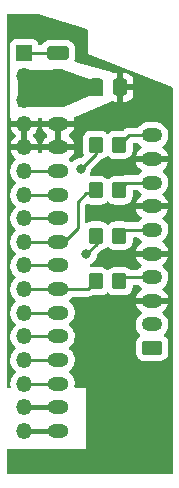
<source format=gtl>
G04 #@! TF.GenerationSoftware,KiCad,Pcbnew,(6.0.1)*
G04 #@! TF.CreationDate,2022-07-05T00:40:55-07:00*
G04 #@! TF.ProjectId,mu100-dit-connector-board,6d753130-302d-4646-9974-2d636f6e6e65,rev?*
G04 #@! TF.SameCoordinates,PX4a615b8PY2b4db18*
G04 #@! TF.FileFunction,Copper,L1,Top*
G04 #@! TF.FilePolarity,Positive*
%FSLAX46Y46*%
G04 Gerber Fmt 4.6, Leading zero omitted, Abs format (unit mm)*
G04 Created by KiCad (PCBNEW (6.0.1)) date 2022-07-05 00:40:55*
%MOMM*%
%LPD*%
G01*
G04 APERTURE LIST*
G04 Aperture macros list*
%AMRoundRect*
4,1,4,2,3,4,5,6,7,8,9,2,3,0*
1,1,$1,$2,$3*
1,1,$1,$2,$3*
1,1,$1,$2,$3*
1,1,$1,$2,$3*
20,1,$1,$2,$3,$4,$5,0*
20,1,$1,$2,$3,$4,$5,0*
20,1,$1,$2,$3,$4,$5,0*
20,1,$1,$2,$3,$4,$5,0*%
G04 Aperture macros list end*
G04 #@! TA.AperFunction,ComponentPad*
%AMCOMP151*
4,1,3,
-0.65,0.35,
-0.65,-0.35,
0.65,-0.35,
0.65,0.35,
0*
4,1,19,
-0.65,0.6,
-0.57274575140626316,0.58776412907378839,
-0.50305368692688179,0.55225424859373684,
-0.44774575140626316,0.49694631307311826,
-0.41223587092621161,0.42725424859373684,
-0.4,0.35,
-0.41223587092621161,0.27274575140626311,
-0.44774575140626316,0.20305368692688172,
-0.50305368692688168,0.14774575140626314,
-0.57274575140626316,0.1122358709262116,
-0.65,0.099999999999999978,
-0.727254248593737,0.1122358709262116,
-0.79694631307311825,0.14774575140626309,
-0.85225424859373689,0.20305368692688167,
-0.88776412907378843,0.27274575140626311,
-0.9,0.34999999999999992,
-0.88776412907378843,0.42725424859373679,
-0.85225424859373689,0.49694631307311821,
-0.79694631307311836,0.55225424859373684,
-0.72725424859373689,0.58776412907378839,
0*
4,1,19,
-0.65,-0.099999999999999978,
-0.57274575140626316,-0.1122358709262116,
-0.50305368692688179,-0.14774575140626311,
-0.44774575140626316,-0.20305368692688169,
-0.41223587092621161,-0.27274575140626311,
-0.4,-0.35,
-0.41223587092621161,-0.42725424859373684,
-0.44774575140626316,-0.49694631307311821,
-0.50305368692688168,-0.55225424859373684,
-0.57274575140626316,-0.58776412907378839,
-0.65,-0.6,
-0.727254248593737,-0.58776412907378839,
-0.79694631307311825,-0.55225424859373684,
-0.85225424859373689,-0.49694631307311832,
-0.88776412907378843,-0.42725424859373684,
-0.9,-0.35000000000000003,
-0.88776412907378843,-0.27274575140626317,
-0.85225424859373689,-0.20305368692688175,
-0.79694631307311836,-0.14774575140626314,
-0.72725424859373689,-0.1122358709262116,
0*
4,1,19,
0.65,-0.099999999999999978,
0.72725424859373689,-0.1122358709262116,
0.79694631307311825,-0.14774575140626311,
0.85225424859373689,-0.20305368692688169,
0.88776412907378843,-0.27274575140626311,
0.9,-0.35,
0.88776412907378843,-0.42725424859373684,
0.85225424859373689,-0.49694631307311821,
0.79694631307311836,-0.55225424859373684,
0.72725424859373689,-0.58776412907378839,
0.65,-0.6,
0.572745751406263,-0.58776412907378839,
0.50305368692688179,-0.55225424859373684,
0.44774575140626316,-0.49694631307311832,
0.41223587092621161,-0.42725424859373684,
0.4,-0.35000000000000003,
0.41223587092621161,-0.27274575140626317,
0.44774575140626316,-0.20305368692688175,
0.50305368692688168,-0.14774575140626314,
0.57274575140626316,-0.1122358709262116,
0*
4,1,19,
0.65,0.6,
0.72725424859373689,0.58776412907378839,
0.79694631307311825,0.55225424859373684,
0.85225424859373689,0.49694631307311826,
0.88776412907378843,0.42725424859373684,
0.9,0.35,
0.88776412907378843,0.27274575140626311,
0.85225424859373689,0.20305368692688172,
0.79694631307311836,0.14774575140626314,
0.72725424859373689,0.1122358709262116,
0.65,0.099999999999999978,
0.572745751406263,0.1122358709262116,
0.50305368692688179,0.14774575140626309,
0.44774575140626316,0.20305368692688167,
0.41223587092621161,0.27274575140626311,
0.4,0.34999999999999992,
0.41223587092621161,0.42725424859373679,
0.44774575140626316,0.49694631307311821,
0.50305368692688168,0.55225424859373684,
0.57274575140626316,0.58776412907378839,
0*
4,1,3,
-0.9,0.35,
-0.4,0.35,
-0.4,-0.35,
-0.9,-0.35,
0*
4,1,3,
-0.65,-0.6,
-0.65,-0.099999999999999978,
0.65,-0.099999999999999978,
0.65,-0.6,
0*
4,1,3,
0.9,-0.35,
0.4,-0.35,
0.4,0.35,
0.9,0.35,
0*
4,1,3,
0.65,0.6,
0.65,0.099999999999999978,
-0.65,0.099999999999999978,
-0.65,0.6,
0*%
%ADD10COMP151,0.25X-0.65X0.35X-0.65X-0.35X0.65X-0.35X0.65X0.35X0*%
G04 #@! TD*
G04 #@! TA.AperFunction,ComponentPad*
%ADD11O,1.8X1.2*%
G04 #@! TD*
G04 #@! TA.AperFunction,ComponentPad*
%AMCOMP152*
4,1,3,
0.625,-0.35,
0.625,0.35,
-0.625,0.35,
-0.625,-0.35,
0*
4,1,19,
0.625,-0.099999999999999978,
0.70225424859373686,-0.1122358709262116,
0.77194631307311834,-0.14774575140626311,
0.82725424859373686,-0.20305368692688169,
0.86276412907378841,-0.27274575140626311,
0.875,-0.35,
0.86276412907378841,-0.42725424859373684,
0.82725424859373686,-0.49694631307311821,
0.77194631307311834,-0.55225424859373684,
0.70225424859373686,-0.58776412907378839,
0.625,-0.6,
0.547745751406263,-0.58776412907378839,
0.47805368692688177,-0.55225424859373684,
0.42274575140626314,-0.49694631307311832,
0.38723587092621159,-0.42725424859373684,
0.375,-0.35000000000000003,
0.38723587092621159,-0.27274575140626317,
0.42274575140626314,-0.20305368692688175,
0.47805368692688166,-0.14774575140626314,
0.54774575140626314,-0.1122358709262116,
0*
4,1,19,
0.625,0.6,
0.70225424859373686,0.58776412907378839,
0.77194631307311834,0.55225424859373684,
0.82725424859373686,0.49694631307311826,
0.86276412907378841,0.42725424859373684,
0.875,0.35,
0.86276412907378841,0.27274575140626311,
0.82725424859373686,0.20305368692688172,
0.77194631307311834,0.14774575140626314,
0.70225424859373686,0.1122358709262116,
0.625,0.099999999999999978,
0.547745751406263,0.1122358709262116,
0.47805368692688177,0.14774575140626309,
0.42274575140626314,0.20305368692688167,
0.38723587092621159,0.27274575140626311,
0.375,0.34999999999999992,
0.38723587092621159,0.42725424859373679,
0.42274575140626314,0.49694631307311821,
0.47805368692688166,0.55225424859373684,
0.54774575140626314,0.58776412907378839,
0*
4,1,19,
-0.625,0.6,
-0.54774575140626314,0.58776412907378839,
-0.47805368692688172,0.55225424859373684,
-0.42274575140626314,0.49694631307311826,
-0.38723587092621159,0.42725424859373684,
-0.375,0.35,
-0.38723587092621159,0.27274575140626311,
-0.42274575140626314,0.20305368692688172,
-0.47805368692688166,0.14774575140626314,
-0.54774575140626314,0.1122358709262116,
-0.625,0.099999999999999978,
-0.702254248593737,0.1122358709262116,
-0.77194631307311823,0.14774575140626309,
-0.82725424859373686,0.20305368692688167,
-0.86276412907378841,0.27274575140626311,
-0.875,0.34999999999999992,
-0.86276412907378841,0.42725424859373679,
-0.82725424859373686,0.49694631307311821,
-0.77194631307311834,0.55225424859373684,
-0.70225424859373686,0.58776412907378839,
0*
4,1,19,
-0.625,-0.099999999999999978,
-0.54774575140626314,-0.1122358709262116,
-0.47805368692688172,-0.14774575140626311,
-0.42274575140626314,-0.20305368692688169,
-0.38723587092621159,-0.27274575140626311,
-0.375,-0.35,
-0.38723587092621159,-0.42725424859373684,
-0.42274575140626314,-0.49694631307311821,
-0.47805368692688166,-0.55225424859373684,
-0.54774575140626314,-0.58776412907378839,
-0.625,-0.6,
-0.702254248593737,-0.58776412907378839,
-0.77194631307311823,-0.55225424859373684,
-0.82725424859373686,-0.49694631307311832,
-0.86276412907378841,-0.42725424859373684,
-0.875,-0.35000000000000003,
-0.86276412907378841,-0.27274575140626317,
-0.82725424859373686,-0.20305368692688175,
-0.77194631307311834,-0.14774575140626314,
-0.70225424859373686,-0.1122358709262116,
0*
4,1,3,
0.875,-0.35,
0.375,-0.35,
0.375,0.35,
0.875,0.35,
0*
4,1,3,
0.625,0.6,
0.625,0.099999999999999978,
-0.625,0.099999999999999978,
-0.625,0.6,
0*
4,1,3,
-0.875,0.35,
-0.375,0.35,
-0.375,-0.35,
-0.875,-0.35,
0*
4,1,3,
-0.625,-0.6,
-0.625,-0.099999999999999978,
0.625,-0.099999999999999978,
0.625,-0.6,
0*%
%ADD12COMP152,0.25X0.625X-0.35X0.625X0.35X-0.625X0.35X-0.625X-0.35X0*%
G04 #@! TD*
G04 #@! TA.AperFunction,ComponentPad*
%ADD13O,1.75X1.2*%
G04 #@! TD*
G04 #@! TA.AperFunction,SMDPad,CuDef*
%AMCOMP153*
4,1,3,
-0.35,-0.45,
0.35,-0.45,
0.35,0.45,
-0.35,0.45,
0*
4,1,19,
-0.35,-0.2,
-0.27274575140626311,-0.21223587092621163,
-0.20305368692688169,-0.24774575140626315,
-0.14774575140626311,-0.30305368692688173,
-0.1122358709262116,-0.37274575140626315,
-0.099999999999999978,-0.45,
-0.11223587092621157,-0.52725424859373682,
-0.14774575140626311,-0.5969463130731183,
-0.20305368692688167,-0.65225424859373682,
-0.27274575140626311,-0.68776412907378837,
-0.34999999999999992,-0.7,
-0.4272542485937369,-0.68776412907378837,
-0.49694631307311821,-0.65225424859373693,
-0.55225424859373684,-0.5969463130731183,
-0.58776412907378839,-0.52725424859373693,
-0.6,-0.45000000000000007,
-0.58776412907378839,-0.3727457514062632,
-0.55225424859373684,-0.30305368692688178,
-0.49694631307311832,-0.24774575140626318,
-0.4272542485937369,-0.21223587092621163,
0*
4,1,19,
0.35,-0.2,
0.42725424859373684,-0.21223587092621163,
0.49694631307311826,-0.24774575140626315,
0.55225424859373684,-0.30305368692688173,
0.58776412907378839,-0.37274575140626315,
0.6,-0.45,
0.58776412907378839,-0.52725424859373682,
0.55225424859373684,-0.5969463130731183,
0.49694631307311832,-0.65225424859373682,
0.42725424859373684,-0.68776412907378837,
0.35000000000000003,-0.7,
0.27274575140626306,-0.68776412907378837,
0.20305368692688172,-0.65225424859373693,
0.14774575140626314,-0.5969463130731183,
0.1122358709262116,-0.52725424859373693,
0.099999999999999978,-0.45000000000000007,
0.11223587092621157,-0.3727457514062632,
0.14774575140626309,-0.30305368692688178,
0.20305368692688164,-0.24774575140626318,
0.27274575140626306,-0.21223587092621163,
0*
4,1,19,
0.35,0.7,
0.42725424859373684,0.68776412907378837,
0.49694631307311826,0.65225424859373682,
0.55225424859373684,0.5969463130731183,
0.58776412907378839,0.52725424859373682,
0.6,0.45,
0.58776412907378839,0.3727457514062632,
0.55225424859373684,0.30305368692688173,
0.49694631307311832,0.24774575140626318,
0.42725424859373684,0.21223587092621163,
0.35000000000000003,0.2,
0.27274575140626306,0.21223587092621163,
0.20305368692688172,0.24774575140626312,
0.14774575140626314,0.30305368692688173,
0.1122358709262116,0.37274575140626309,
0.099999999999999978,0.44999999999999996,
0.11223587092621157,0.52725424859373682,
0.14774575140626309,0.5969463130731183,
0.20305368692688164,0.65225424859373682,
0.27274575140626306,0.68776412907378837,
0*
4,1,19,
-0.35,0.7,
-0.27274575140626311,0.68776412907378837,
-0.20305368692688169,0.65225424859373682,
-0.14774575140626311,0.5969463130731183,
-0.1122358709262116,0.52725424859373682,
-0.099999999999999978,0.45,
-0.11223587092621157,0.3727457514062632,
-0.14774575140626311,0.30305368692688173,
-0.20305368692688167,0.24774575140626318,
-0.27274575140626311,0.21223587092621163,
-0.34999999999999992,0.2,
-0.4272542485937369,0.21223587092621163,
-0.49694631307311821,0.24774575140626312,
-0.55225424859373684,0.30305368692688173,
-0.58776412907378839,0.37274575140626309,
-0.6,0.44999999999999996,
-0.58776412907378839,0.52725424859373682,
-0.55225424859373684,0.5969463130731183,
-0.49694631307311832,0.65225424859373682,
-0.4272542485937369,0.68776412907378837,
0*
4,1,3,
-0.35,-0.7,
-0.35,-0.2,
0.35,-0.2,
0.35,-0.7,
0*
4,1,3,
0.6,-0.45,
0.099999999999999978,-0.45,
0.099999999999999978,0.45,
0.6,0.45,
0*
4,1,3,
0.35,0.7,
0.35,0.2,
-0.35,0.2,
-0.35,0.7,
0*
4,1,3,
-0.6,0.45,
-0.099999999999999978,0.45,
-0.099999999999999978,-0.45,
-0.6,-0.45,
0*%
%ADD14COMP153,0.25X-0.35X-0.45X0.35X-0.45X0.35X0.45X-0.35X0.45X0*%
G04 #@! TD*
G04 #@! TA.AperFunction,ComponentPad*
%ADD15R,1.35X1.35*%
G04 #@! TD*
G04 #@! TA.AperFunction,ComponentPad*
%ADD16O,1.35X1.35*%
G04 #@! TD*
G04 #@! TA.AperFunction,SMDPad,CuDef*
%AMCOMP154*
4,1,3,
-0.3375,-0.475,
0.3375,-0.475,
0.3375,0.475,
-0.3375,0.475,
0*
4,1,19,
-0.3375,-0.22499999999999998,
-0.26024575140626316,-0.2372358709262116,
-0.19055368692688174,-0.27274575140626311,
-0.13524575140626316,-0.32805368692688169,
-0.099735870926211639,-0.39774575140626311,
-0.087500000000000022,-0.475,
-0.099735870926211612,-0.55225424859373684,
-0.13524575140626316,-0.62194631307311821,
-0.19055368692688171,-0.67725424859373684,
-0.26024575140626316,-0.71276412907378839,
-0.33749999999999997,-0.725,
-0.41475424859373694,-0.71276412907378839,
-0.48444631307311825,-0.67725424859373684,
-0.53975424859373689,-0.62194631307311832,
-0.57526412907378843,-0.55225424859373684,
-0.5875,-0.47500000000000003,
-0.57526412907378843,-0.39774575140626317,
-0.53975424859373689,-0.32805368692688175,
-0.48444631307311836,-0.27274575140626311,
-0.41475424859373694,-0.2372358709262116,
0*
4,1,19,
0.3375,-0.22499999999999998,
0.41475424859373689,-0.2372358709262116,
0.48444631307311831,-0.27274575140626311,
0.53975424859373689,-0.32805368692688169,
0.57526412907378843,-0.39774575140626311,
0.5875,-0.475,
0.57526412907378843,-0.55225424859373684,
0.53975424859373689,-0.62194631307311821,
0.48444631307311836,-0.67725424859373684,
0.41475424859373689,-0.71276412907378839,
0.33750000000000008,-0.725,
0.2602457514062631,-0.71276412907378839,
0.19055368692688177,-0.67725424859373684,
0.13524575140626319,-0.62194631307311832,
0.099735870926211639,-0.55225424859373684,
0.087500000000000022,-0.47500000000000003,
0.099735870926211612,-0.39774575140626317,
0.13524575140626313,-0.32805368692688175,
0.19055368692688168,-0.27274575140626311,
0.2602457514062631,-0.2372358709262116,
0*
4,1,19,
0.3375,0.725,
0.41475424859373689,0.71276412907378839,
0.48444631307311831,0.67725424859373684,
0.53975424859373689,0.62194631307311821,
0.57526412907378843,0.55225424859373684,
0.5875,0.475,
0.57526412907378843,0.39774575140626311,
0.53975424859373689,0.32805368692688175,
0.48444631307311836,0.27274575140626311,
0.41475424859373689,0.2372358709262116,
0.33750000000000008,0.22499999999999998,
0.2602457514062631,0.2372358709262116,
0.19055368692688177,0.27274575140626311,
0.13524575140626319,0.32805368692688164,
0.099735870926211639,0.39774575140626311,
0.087500000000000022,0.47499999999999992,
0.099735870926211612,0.55225424859373673,
0.13524575140626313,0.62194631307311821,
0.19055368692688168,0.67725424859373684,
0.2602457514062631,0.71276412907378839,
0*
4,1,19,
-0.3375,0.725,
-0.26024575140626316,0.71276412907378839,
-0.19055368692688174,0.67725424859373684,
-0.13524575140626316,0.62194631307311821,
-0.099735870926211639,0.55225424859373684,
-0.087500000000000022,0.475,
-0.099735870926211612,0.39774575140626311,
-0.13524575140626316,0.32805368692688175,
-0.19055368692688171,0.27274575140626311,
-0.26024575140626316,0.2372358709262116,
-0.33749999999999997,0.22499999999999998,
-0.41475424859373694,0.2372358709262116,
-0.48444631307311825,0.27274575140626311,
-0.53975424859373689,0.32805368692688164,
-0.57526412907378843,0.39774575140626311,
-0.5875,0.47499999999999992,
-0.57526412907378843,0.55225424859373673,
-0.53975424859373689,0.62194631307311821,
-0.48444631307311836,0.67725424859373684,
-0.41475424859373694,0.71276412907378839,
0*
4,1,3,
-0.3375,-0.725,
-0.3375,-0.22499999999999998,
0.3375,-0.22499999999999998,
0.3375,-0.725,
0*
4,1,3,
0.5875,-0.475,
0.087500000000000022,-0.475,
0.087500000000000022,0.475,
0.5875,0.475,
0*
4,1,3,
0.3375,0.725,
0.3375,0.22499999999999998,
-0.3375,0.22499999999999998,
-0.3375,0.725,
0*
4,1,3,
-0.5875,0.475,
-0.087500000000000022,0.475,
-0.087500000000000022,-0.475,
-0.5875,-0.475,
0*%
%ADD17COMP154,0.25X-0.3375X-0.475X0.3375X-0.475X0.3375X0.475X-0.3375X0.475X0*%
G04 #@! TD*
G04 #@! TA.AperFunction,ViaPad*
%ADD18C,0.8*%
G04 #@! TD*
G04 #@! TA.AperFunction,Conductor*
%ADD19C,0.25*%
G04 #@! TD*
G04 #@! TA.AperFunction,Conductor*
%ADD20C,0.4*%
G04 #@! TD*
G04 APERTURE END LIST*
D10*
X0020000000Y0040000000D02*
X0024855000Y0036165000D03*
D11*
X0024855000Y0034165000D03*
X0024855000Y0032165000D03*
X0024855000Y0030165000D03*
X0024855000Y0028165000D03*
X0024855000Y0026165000D03*
X0024855000Y0024165000D03*
X0024855000Y0022165000D03*
X0024855000Y0020165000D03*
X0024855000Y0018165000D03*
X0024855000Y0016165000D03*
X0024855000Y0014165000D03*
X0024855000Y0012165000D03*
X0024855000Y0010165000D03*
X0024855000Y0008164999D03*
X0024855000Y0006164999D03*
X0024855000Y0004164999D03*
D12*
X0032814999Y0011175000D03*
D13*
X0032814999Y0013175000D03*
X0032814999Y0015175000D03*
X0032814999Y0017175000D03*
X0032814999Y0019175000D03*
X0032814999Y0021175000D03*
X0032814999Y0023175000D03*
X0032814999Y0025175000D03*
X0032814999Y0027175000D03*
X0032814999Y0029175000D03*
D14*
X0028049000Y0016835000D03*
X0030049000Y0016835000D03*
D15*
X0021995000Y0036165000D03*
D16*
X0021995000Y0034165000D03*
X0021995000Y0032165000D03*
X0021995000Y0030165000D03*
X0021995000Y0028165000D03*
X0021995000Y0026165000D03*
X0021995000Y0024165000D03*
X0021995000Y0022165000D03*
X0021995000Y0020165000D03*
X0021995000Y0018165000D03*
X0021995000Y0016165000D03*
X0021995000Y0014165000D03*
X0021995000Y0012165000D03*
X0021995000Y0010165000D03*
X0021995000Y0008164999D03*
X0021995000Y0006164999D03*
X0021995000Y0004164999D03*
D14*
X0028049000Y0020681668D03*
X0030049000Y0020681668D03*
D17*
X0028061500Y0033244200D03*
X0030136499Y0033244200D03*
D14*
X0028049000Y0024528334D03*
X0030049000Y0024528334D03*
X0028049000Y0028375000D03*
X0030049000Y0028375000D03*
D18*
X0034095000Y0031685000D03*
X0032064999Y0032475000D03*
X0027035000Y0030605000D03*
X0028395000Y0030115000D03*
X0030075000Y0030055000D03*
X0026762999Y0026335400D03*
X0027220200Y0019096400D03*
D19*
X0021995000Y0018165000D02*
X0024855000Y0018165000D01*
X0021995000Y0026165000D02*
X0024855000Y0026165000D01*
X0030015000Y0017175000D02*
X0032465000Y0017175000D01*
X0029735000Y0021045000D02*
X0029865000Y0021175000D01*
X0029865000Y0021175000D02*
X0032465000Y0021175000D01*
X0029705000Y0024265000D02*
X0030615000Y0025175000D01*
X0030615000Y0025175000D02*
X0032465000Y0025175000D01*
X0030049000Y0028375000D02*
X0030849000Y0029175000D01*
X0030849000Y0029175000D02*
X0032465000Y0029175000D01*
D20*
X0024855000Y0032165000D02*
X0025934200Y0033244200D01*
X0025325000Y0032415000D02*
X0026154200Y0033244200D01*
X0021995000Y0034165000D02*
X0021995000Y0032165000D01*
X0021995000Y0032165000D02*
X0024855000Y0032165000D01*
X0025934200Y0033244200D02*
X0028061500Y0033244200D01*
X0021995000Y0034165000D02*
X0024855000Y0034165000D01*
D19*
X0021995000Y0036165000D02*
X0024855000Y0036165000D01*
X0021995000Y0024165000D02*
X0024855000Y0024165000D01*
X0021995000Y0022165000D02*
X0024855000Y0022165000D01*
X0027224000Y0024265000D02*
X0028079000Y0024265000D01*
X0025317000Y0020165000D02*
X0026509000Y0021357000D01*
X0026509000Y0021357000D02*
X0026509000Y0023550000D01*
X0024855000Y0020165000D02*
X0025317000Y0020165000D01*
X0026509000Y0023550000D02*
X0027224000Y0024265000D01*
X0021995000Y0020165000D02*
X0024855000Y0020165000D01*
X0027378999Y0016165000D02*
X0028049000Y0016835000D01*
X0021995000Y0016165000D02*
X0024855000Y0016165000D01*
X0024855000Y0016165000D02*
X0027378999Y0016165000D01*
X0028069000Y0027641400D02*
X0028069000Y0028375000D01*
X0021995000Y0014165000D02*
X0024855000Y0014165000D01*
X0026762999Y0026335400D02*
X0028069000Y0027641400D01*
X0027220200Y0019096400D02*
X0028109000Y0019985200D01*
X0021995000Y0012165000D02*
X0024855000Y0012165000D01*
X0028109000Y0019985200D02*
X0028109000Y0021045000D01*
X0021995000Y0010165000D02*
X0024855000Y0010165000D01*
X0021995000Y0008164999D02*
X0024855000Y0008164999D01*
D20*
X0021995000Y0006164999D02*
X0024855000Y0006164999D01*
X0021995000Y0004164999D02*
X0024855000Y0004164999D01*
G04 #@! TA.AperFunction,Conductor*
G36*
X0023006129Y0039486455D02*
G01*
X0023176656Y0039434121D01*
X0027283566Y0038173724D01*
X0027342822Y0038134616D01*
X0027371527Y0038069681D01*
X0027372600Y0038053269D01*
X0027372600Y0036089000D01*
X0027390992Y0036081722D01*
X0034487362Y0033273580D01*
X0034543344Y0033229916D01*
X0034567000Y0033156419D01*
X0034567000Y0000634000D01*
X0034546998Y0000565879D01*
X0034493342Y0000519385D01*
X0034441000Y0000508000D01*
X0020634000Y0000508000D01*
X0020565879Y0000528002D01*
X0020519386Y0000581657D01*
X0020508000Y0000634000D01*
X0020508000Y0002539600D01*
X0020528002Y0002607720D01*
X0020581658Y0002654214D01*
X0020634000Y0002665599D01*
X0027238400Y0002665599D01*
X0027238400Y0007774999D01*
X0026364139Y0007774999D01*
X0026296018Y0007795001D01*
X0026249525Y0007848658D01*
X0026239443Y0007919080D01*
X0026266352Y0008104664D01*
X0026266352Y0008104666D01*
X0026267213Y0008110603D01*
X0026257433Y0008321898D01*
X0026207875Y0008527534D01*
X0026168412Y0008614329D01*
X0026122806Y0008714632D01*
X0026120326Y0008720087D01*
X0025997946Y0008892610D01*
X0025845150Y0009038881D01*
X0025839255Y0009042687D01*
X0025812837Y0009059746D01*
X0025766460Y0009113501D01*
X0025756507Y0009183796D01*
X0025786139Y0009248314D01*
X0025803353Y0009264683D01*
X0025918202Y0009354897D01*
X0025922920Y0009358604D01*
X0025926852Y0009363135D01*
X0025926855Y0009363138D01*
X0026057621Y0009513833D01*
X0026061552Y0009518363D01*
X0026064552Y0009523549D01*
X0026064555Y0009523553D01*
X0026164467Y0009696258D01*
X0026167473Y0009701453D01*
X0026236861Y0009901271D01*
X0026260867Y0010066837D01*
X0026266352Y0010104664D01*
X0026266352Y0010104667D01*
X0026267213Y0010110603D01*
X0026257433Y0010321898D01*
X0026212582Y0010508002D01*
X0026209281Y0010521701D01*
X0026209280Y0010521702D01*
X0026207875Y0010527534D01*
X0026168412Y0010614329D01*
X0026140511Y0010675692D01*
X0026120326Y0010720087D01*
X0025997946Y0010892610D01*
X0025845150Y0011038881D01*
X0025839255Y0011042687D01*
X0025812837Y0011059746D01*
X0025766460Y0011113501D01*
X0025756507Y0011183796D01*
X0025786139Y0011248314D01*
X0025803353Y0011264683D01*
X0025918202Y0011354897D01*
X0025922920Y0011358604D01*
X0025926852Y0011363135D01*
X0025926855Y0011363138D01*
X0026057621Y0011513833D01*
X0026061552Y0011518363D01*
X0026064552Y0011523549D01*
X0026064555Y0011523553D01*
X0026164467Y0011696258D01*
X0026167473Y0011701453D01*
X0026236861Y0011901271D01*
X0026267213Y0012110603D01*
X0026257433Y0012321898D01*
X0026207875Y0012527534D01*
X0026205139Y0012533553D01*
X0026153084Y0012648041D01*
X0026120326Y0012720087D01*
X0025997946Y0012892610D01*
X0025845150Y0013038881D01*
X0025839255Y0013042687D01*
X0025812837Y0013059746D01*
X0025766460Y0013113501D01*
X0025756507Y0013183796D01*
X0025777450Y0013229396D01*
X0031427787Y0013229396D01*
X0031437567Y0013018101D01*
X0031438971Y0013012276D01*
X0031438971Y0013012274D01*
X0031468988Y0012887725D01*
X0031487125Y0012812466D01*
X0031489607Y0012807008D01*
X0031489608Y0012807004D01*
X0031531608Y0012714632D01*
X0031574674Y0012619913D01*
X0031697054Y0012447389D01*
X0031701380Y0012443247D01*
X0031701386Y0012443241D01*
X0031792317Y0012356193D01*
X0031827694Y0012294639D01*
X0031824175Y0012223730D01*
X0031782879Y0012165979D01*
X0031771496Y0012158035D01*
X0031715652Y0012123477D01*
X0031590695Y0011998303D01*
X0031497885Y0011847738D01*
X0031495581Y0011840791D01*
X0031447642Y0011696258D01*
X0031442203Y0011679860D01*
X0031431500Y0011575399D01*
X0031431500Y0010774600D01*
X0031442474Y0010668834D01*
X0031498450Y0010501054D01*
X0031591521Y0010350652D01*
X0031716697Y0010225695D01*
X0031722927Y0010221855D01*
X0031722928Y0010221854D01*
X0031860090Y0010137305D01*
X0031867262Y0010132885D01*
X0031916356Y0010116601D01*
X0032028610Y0010079367D01*
X0032028613Y0010079367D01*
X0032035139Y0010077203D01*
X0032041975Y0010076502D01*
X0032041978Y0010076502D01*
X0032085031Y0010072091D01*
X0032139600Y0010066500D01*
X0033490400Y0010066500D01*
X0033493646Y0010066837D01*
X0033493650Y0010066837D01*
X0033589308Y0010076761D01*
X0033589312Y0010076763D01*
X0033596166Y0010077473D01*
X0033602702Y0010079654D01*
X0033602704Y0010079654D01*
X0033734806Y0010123728D01*
X0033763946Y0010133450D01*
X0033914348Y0010226522D01*
X0034039305Y0010351697D01*
X0034076549Y0010412118D01*
X0034128275Y0010496032D01*
X0034128276Y0010496034D01*
X0034132115Y0010502262D01*
X0034187797Y0010670138D01*
X0034198499Y0010774600D01*
X0034198499Y0011575399D01*
X0034187526Y0011681166D01*
X0034180758Y0011701453D01*
X0034133868Y0011841998D01*
X0034131550Y0011848946D01*
X0034038478Y0011999348D01*
X0033913303Y0012124305D01*
X0033861764Y0012156075D01*
X0033814271Y0012208846D01*
X0033802847Y0012278918D01*
X0033831120Y0012344042D01*
X0033850045Y0012362418D01*
X0033857920Y0012368604D01*
X0033861852Y0012373135D01*
X0033861855Y0012373138D01*
X0033992621Y0012523833D01*
X0033996552Y0012528362D01*
X0033999552Y0012533549D01*
X0033999555Y0012533553D01*
X0034099467Y0012706257D01*
X0034102473Y0012711454D01*
X0034171861Y0012911271D01*
X0034190364Y0013038881D01*
X0034201352Y0013114664D01*
X0034201352Y0013114667D01*
X0034202213Y0013120604D01*
X0034192433Y0013331899D01*
X0034147495Y0013518363D01*
X0034144281Y0013531701D01*
X0034144280Y0013531703D01*
X0034142875Y0013537534D01*
X0034127789Y0013570715D01*
X0034068345Y0013701453D01*
X0034055326Y0013730087D01*
X0033932946Y0013902611D01*
X0033780150Y0014048881D01*
X0033775119Y0014052129D01*
X0033775112Y0014052135D01*
X0033747393Y0014070032D01*
X0033701015Y0014123788D01*
X0033691063Y0014194085D01*
X0033720696Y0014258602D01*
X0033737909Y0014274970D01*
X0033852857Y0014365262D01*
X0033861506Y0014373498D01*
X0033992212Y0014524123D01*
X0033999147Y0014533847D01*
X0034099010Y0014706467D01*
X0034103984Y0014717331D01*
X0034169407Y0014905726D01*
X0034169648Y0014906716D01*
X0034168180Y0014917008D01*
X0034154615Y0014921000D01*
X0031479598Y0014921000D01*
X0031466067Y0014917027D01*
X0031464712Y0014907601D01*
X0031486193Y0014818463D01*
X0031490083Y0014807168D01*
X0031572629Y0014625618D01*
X0031578576Y0014615276D01*
X0031693968Y0014452603D01*
X0031701760Y0014443575D01*
X0031845831Y0014305658D01*
X0031855200Y0014298259D01*
X0031882576Y0014280581D01*
X0031928955Y0014226828D01*
X0031938909Y0014156531D01*
X0031909278Y0014092015D01*
X0031892063Y0014075644D01*
X0031772080Y0013981396D01*
X0031768148Y0013976865D01*
X0031768145Y0013976862D01*
X0031702551Y0013901271D01*
X0031633448Y0013821636D01*
X0031630448Y0013816451D01*
X0031630445Y0013816447D01*
X0031602561Y0013768246D01*
X0031527527Y0013638546D01*
X0031458139Y0013438728D01*
X0031427787Y0013229396D01*
X0025777450Y0013229396D01*
X0025786139Y0013248314D01*
X0025803353Y0013264683D01*
X0025918202Y0013354897D01*
X0025922920Y0013358604D01*
X0025926852Y0013363135D01*
X0025926855Y0013363138D01*
X0026057621Y0013513833D01*
X0026061552Y0013518363D01*
X0026064552Y0013523549D01*
X0026064555Y0013523553D01*
X0026164467Y0013696258D01*
X0026167473Y0013701453D01*
X0026236861Y0013901271D01*
X0026258264Y0014048881D01*
X0026266352Y0014104664D01*
X0026266352Y0014104667D01*
X0026267213Y0014110603D01*
X0026257433Y0014321898D01*
X0026207875Y0014527534D01*
X0026168412Y0014614329D01*
X0026153084Y0014648041D01*
X0026120326Y0014720087D01*
X0025997946Y0014892610D01*
X0025845150Y0015038881D01*
X0025839255Y0015042687D01*
X0025812837Y0015059746D01*
X0025766460Y0015113501D01*
X0025756507Y0015183796D01*
X0025786139Y0015248314D01*
X0025803353Y0015264683D01*
X0025918202Y0015354897D01*
X0025922920Y0015358604D01*
X0026035275Y0015488081D01*
X0026095027Y0015526421D01*
X0026130439Y0015531500D01*
X0027300233Y0015531500D01*
X0027311416Y0015530973D01*
X0027318908Y0015529298D01*
X0027326835Y0015529547D01*
X0027326836Y0015529547D01*
X0027386986Y0015531438D01*
X0027390945Y0015531500D01*
X0027418855Y0015531500D01*
X0027422791Y0015531997D01*
X0027422856Y0015532005D01*
X0027434693Y0015532938D01*
X0027466951Y0015533952D01*
X0027470970Y0015534078D01*
X0027478889Y0015534327D01*
X0027498343Y0015539978D01*
X0027517699Y0015543987D01*
X0027529930Y0015545532D01*
X0027529931Y0015545532D01*
X0027537797Y0015546526D01*
X0027545168Y0015549444D01*
X0027545170Y0015549444D01*
X0027578912Y0015562804D01*
X0027590142Y0015566649D01*
X0027624983Y0015576771D01*
X0027624984Y0015576771D01*
X0027632593Y0015578982D01*
X0027639412Y0015583015D01*
X0027639417Y0015583017D01*
X0027650028Y0015589293D01*
X0027667776Y0015597988D01*
X0027686617Y0015605448D01*
X0027693030Y0015610107D01*
X0027694503Y0015610917D01*
X0027755200Y0015626500D01*
X0028449400Y0015626500D01*
X0028452646Y0015626836D01*
X0028452650Y0015626836D01*
X0028548308Y0015636762D01*
X0028548312Y0015636762D01*
X0028555166Y0015637474D01*
X0028561702Y0015639655D01*
X0028561704Y0015639655D01*
X0028693806Y0015683727D01*
X0028722946Y0015693449D01*
X0028873348Y0015786522D01*
X0028959784Y0015873109D01*
X0029022066Y0015907188D01*
X0029092886Y0015902185D01*
X0029137976Y0015873263D01*
X0029225697Y0015785695D01*
X0029231927Y0015781855D01*
X0029231928Y0015781854D01*
X0029369090Y0015697306D01*
X0029376262Y0015692885D01*
X0029456004Y0015666436D01*
X0029537611Y0015639368D01*
X0029537613Y0015639368D01*
X0029544139Y0015637203D01*
X0029550975Y0015636503D01*
X0029550978Y0015636502D01*
X0029594031Y0015632091D01*
X0029648600Y0015626500D01*
X0030449400Y0015626500D01*
X0030452646Y0015626836D01*
X0030452650Y0015626836D01*
X0030548308Y0015636762D01*
X0030548312Y0015636762D01*
X0030555166Y0015637474D01*
X0030561702Y0015639655D01*
X0030561704Y0015639655D01*
X0030693806Y0015683727D01*
X0030722946Y0015693449D01*
X0030873348Y0015786522D01*
X0030998305Y0015911697D01*
X0031039833Y0015979067D01*
X0031087275Y0016056031D01*
X0031087276Y0016056034D01*
X0031091115Y0016062262D01*
X0031135511Y0016196113D01*
X0031144632Y0016223610D01*
X0031144632Y0016223613D01*
X0031146797Y0016230139D01*
X0031147596Y0016237942D01*
X0031153736Y0016297865D01*
X0031157500Y0016334599D01*
X0031157500Y0016415500D01*
X0031177502Y0016483621D01*
X0031231158Y0016530114D01*
X0031283500Y0016541500D01*
X0031565193Y0016541500D01*
X0031633314Y0016521498D01*
X0031667963Y0016488399D01*
X0031693584Y0016452279D01*
X0031693587Y0016452276D01*
X0031697054Y0016447389D01*
X0031849850Y0016301119D01*
X0031854881Y0016297870D01*
X0031854888Y0016297865D01*
X0031882607Y0016279967D01*
X0031928984Y0016226211D01*
X0031938937Y0016155915D01*
X0031909304Y0016091398D01*
X0031892091Y0016075030D01*
X0031777143Y0015984738D01*
X0031768494Y0015976500D01*
X0031637788Y0015825876D01*
X0031630853Y0015816153D01*
X0031530990Y0015643533D01*
X0031526016Y0015632669D01*
X0031460593Y0015444272D01*
X0031460352Y0015443283D01*
X0031461820Y0015432991D01*
X0031475385Y0015428999D01*
X0034150402Y0015428999D01*
X0034163933Y0015432973D01*
X0034165288Y0015442399D01*
X0034143806Y0015531537D01*
X0034139917Y0015542832D01*
X0034057371Y0015724381D01*
X0034051424Y0015734724D01*
X0033936032Y0015897397D01*
X0033928239Y0015906424D01*
X0033784169Y0016044342D01*
X0033774800Y0016051741D01*
X0033747423Y0016069417D01*
X0033701045Y0016123172D01*
X0033691091Y0016193468D01*
X0033720722Y0016257985D01*
X0033737937Y0016274356D01*
X0033853201Y0016364898D01*
X0033857920Y0016368604D01*
X0033861852Y0016373135D01*
X0033861855Y0016373138D01*
X0033992621Y0016523833D01*
X0033996552Y0016528362D01*
X0033999552Y0016533549D01*
X0033999555Y0016533553D01*
X0034099467Y0016706257D01*
X0034102473Y0016711454D01*
X0034171861Y0016911271D01*
X0034190364Y0017038881D01*
X0034201352Y0017114664D01*
X0034201352Y0017114667D01*
X0034202213Y0017120604D01*
X0034192433Y0017331899D01*
X0034147495Y0017518363D01*
X0034144281Y0017531701D01*
X0034144280Y0017531703D01*
X0034142875Y0017537534D01*
X0034127789Y0017570715D01*
X0034068345Y0017701454D01*
X0034055326Y0017730087D01*
X0033932946Y0017902611D01*
X0033780150Y0018048881D01*
X0033775119Y0018052130D01*
X0033775112Y0018052135D01*
X0033747393Y0018070033D01*
X0033701015Y0018123789D01*
X0033691063Y0018194085D01*
X0033720696Y0018258602D01*
X0033737909Y0018274970D01*
X0033852857Y0018365262D01*
X0033861506Y0018373499D01*
X0033992212Y0018524123D01*
X0033999147Y0018533847D01*
X0034099010Y0018706467D01*
X0034103984Y0018717331D01*
X0034169407Y0018905727D01*
X0034169648Y0018906716D01*
X0034168180Y0018917008D01*
X0034154615Y0018921000D01*
X0031479598Y0018921000D01*
X0031466067Y0018917027D01*
X0031464712Y0018907601D01*
X0031486193Y0018818463D01*
X0031490083Y0018807168D01*
X0031572629Y0018625618D01*
X0031578576Y0018615276D01*
X0031693968Y0018452603D01*
X0031701760Y0018443575D01*
X0031845831Y0018305658D01*
X0031855200Y0018298259D01*
X0031882576Y0018280582D01*
X0031928955Y0018226828D01*
X0031938909Y0018156532D01*
X0031909278Y0018092015D01*
X0031892063Y0018075644D01*
X0031772080Y0017981396D01*
X0031659725Y0017851918D01*
X0031599973Y0017813579D01*
X0031564560Y0017808500D01*
X0031000367Y0017808500D01*
X0030932246Y0017828502D01*
X0030911349Y0017845327D01*
X0030877482Y0017879134D01*
X0030872303Y0017884305D01*
X0030844779Y0017901271D01*
X0030727968Y0017973275D01*
X0030727966Y0017973276D01*
X0030721738Y0017977115D01*
X0030561254Y0018030345D01*
X0030560389Y0018030632D01*
X0030560387Y0018030632D01*
X0030553860Y0018032797D01*
X0030547024Y0018033497D01*
X0030547022Y0018033498D01*
X0030503968Y0018037909D01*
X0030449400Y0018043500D01*
X0029648600Y0018043500D01*
X0029645353Y0018043163D01*
X0029645350Y0018043163D01*
X0029549692Y0018033238D01*
X0029549688Y0018033237D01*
X0029542834Y0018032526D01*
X0029536298Y0018030345D01*
X0029536296Y0018030345D01*
X0029404194Y0017986272D01*
X0029375054Y0017976550D01*
X0029224652Y0017883478D01*
X0029186568Y0017845327D01*
X0029138216Y0017796891D01*
X0029075934Y0017762812D01*
X0029005114Y0017767815D01*
X0028960025Y0017796736D01*
X0028877482Y0017879134D01*
X0028872303Y0017884305D01*
X0028844779Y0017901271D01*
X0028727968Y0017973275D01*
X0028727966Y0017973276D01*
X0028721738Y0017977115D01*
X0028561254Y0018030345D01*
X0028560389Y0018030632D01*
X0028560387Y0018030632D01*
X0028553860Y0018032797D01*
X0028547024Y0018033497D01*
X0028547022Y0018033498D01*
X0028503968Y0018037909D01*
X0028449400Y0018043500D01*
X0027681764Y0018043500D01*
X0027613643Y0018063502D01*
X0027567149Y0018117158D01*
X0027557046Y0018187432D01*
X0027586540Y0018252012D01*
X0027630515Y0018284607D01*
X0027670922Y0018302597D01*
X0027670924Y0018302598D01*
X0027676952Y0018305282D01*
X0027831453Y0018417534D01*
X0027835875Y0018422445D01*
X0027954821Y0018554548D01*
X0027954822Y0018554549D01*
X0027959240Y0018559456D01*
X0028048831Y0018714632D01*
X0028051423Y0018719121D01*
X0028051424Y0018719122D01*
X0028054727Y0018724844D01*
X0028113742Y0018906472D01*
X0028114850Y0018917008D01*
X0028128000Y0019042134D01*
X0028131107Y0019071692D01*
X0028158120Y0019137349D01*
X0028167322Y0019147617D01*
X0028466289Y0019446584D01*
X0028528601Y0019480610D01*
X0028542368Y0019482814D01*
X0028555166Y0019484142D01*
X0028722946Y0019540118D01*
X0028873348Y0019633190D01*
X0028959784Y0019719777D01*
X0029022066Y0019753856D01*
X0029092886Y0019748853D01*
X0029137975Y0019719932D01*
X0029213431Y0019644608D01*
X0029225697Y0019632363D01*
X0029231927Y0019628523D01*
X0029231928Y0019628522D01*
X0029369090Y0019543974D01*
X0029376262Y0019539553D01*
X0029400430Y0019531537D01*
X0029537611Y0019486036D01*
X0029537613Y0019486036D01*
X0029544139Y0019483871D01*
X0029550975Y0019483171D01*
X0029550978Y0019483170D01*
X0029594031Y0019478759D01*
X0029648600Y0019473168D01*
X0030449400Y0019473168D01*
X0030452646Y0019473505D01*
X0030452650Y0019473505D01*
X0030548308Y0019483430D01*
X0030548312Y0019483431D01*
X0030555166Y0019484142D01*
X0030561702Y0019486323D01*
X0030561704Y0019486323D01*
X0030697226Y0019531537D01*
X0030722946Y0019540118D01*
X0030873348Y0019633190D01*
X0030998305Y0019758365D01*
X0031002146Y0019764596D01*
X0031087275Y0019902700D01*
X0031087276Y0019902702D01*
X0031091115Y0019908930D01*
X0031138483Y0020051741D01*
X0031144632Y0020070279D01*
X0031144632Y0020070281D01*
X0031146797Y0020076807D01*
X0031157500Y0020181268D01*
X0031157500Y0020415500D01*
X0031177502Y0020483621D01*
X0031231158Y0020530114D01*
X0031283500Y0020541500D01*
X0031565193Y0020541500D01*
X0031633314Y0020521498D01*
X0031667963Y0020488399D01*
X0031693584Y0020452280D01*
X0031693587Y0020452276D01*
X0031697054Y0020447389D01*
X0031849850Y0020301119D01*
X0031854881Y0020297870D01*
X0031854888Y0020297865D01*
X0031882607Y0020279967D01*
X0031928984Y0020226211D01*
X0031938937Y0020155915D01*
X0031909304Y0020091398D01*
X0031892091Y0020075030D01*
X0031777143Y0019984738D01*
X0031768494Y0019976501D01*
X0031637788Y0019825877D01*
X0031630853Y0019816153D01*
X0031530990Y0019643533D01*
X0031526016Y0019632669D01*
X0031460593Y0019444273D01*
X0031460352Y0019443284D01*
X0031461820Y0019432992D01*
X0031475385Y0019429000D01*
X0034150402Y0019429000D01*
X0034163933Y0019432973D01*
X0034165288Y0019442399D01*
X0034143806Y0019531537D01*
X0034139917Y0019542832D01*
X0034057371Y0019724382D01*
X0034051424Y0019734724D01*
X0033936032Y0019897397D01*
X0033928239Y0019906425D01*
X0033784169Y0020044342D01*
X0033774800Y0020051741D01*
X0033747423Y0020069418D01*
X0033701045Y0020123172D01*
X0033691091Y0020193468D01*
X0033720722Y0020257985D01*
X0033737937Y0020274356D01*
X0033853201Y0020364898D01*
X0033857920Y0020368604D01*
X0033861852Y0020373135D01*
X0033861855Y0020373138D01*
X0033992621Y0020523833D01*
X0033996552Y0020528363D01*
X0033999552Y0020533549D01*
X0033999555Y0020533553D01*
X0034099467Y0020706258D01*
X0034102473Y0020711454D01*
X0034171861Y0020911271D01*
X0034182835Y0020986958D01*
X0034201352Y0021114664D01*
X0034201352Y0021114667D01*
X0034202213Y0021120604D01*
X0034192433Y0021331899D01*
X0034142875Y0021537534D01*
X0034127789Y0021570715D01*
X0034057806Y0021724632D01*
X0034055326Y0021730087D01*
X0033942005Y0021889840D01*
X0033936412Y0021897725D01*
X0033936411Y0021897726D01*
X0033932946Y0021902611D01*
X0033780150Y0022048881D01*
X0033775119Y0022052130D01*
X0033775112Y0022052135D01*
X0033747393Y0022070033D01*
X0033701015Y0022123789D01*
X0033691063Y0022194085D01*
X0033720696Y0022258602D01*
X0033737909Y0022274970D01*
X0033852857Y0022365262D01*
X0033861506Y0022373499D01*
X0033992212Y0022524123D01*
X0033999147Y0022533847D01*
X0034099010Y0022706467D01*
X0034103984Y0022717331D01*
X0034169407Y0022905727D01*
X0034169648Y0022906716D01*
X0034168180Y0022917008D01*
X0034154615Y0022921000D01*
X0031479598Y0022921000D01*
X0031466067Y0022917027D01*
X0031464712Y0022907601D01*
X0031486193Y0022818463D01*
X0031490083Y0022807168D01*
X0031572629Y0022625618D01*
X0031578576Y0022615276D01*
X0031693968Y0022452603D01*
X0031701760Y0022443575D01*
X0031845831Y0022305658D01*
X0031855200Y0022298259D01*
X0031882576Y0022280582D01*
X0031928955Y0022226828D01*
X0031938909Y0022156532D01*
X0031909278Y0022092015D01*
X0031892063Y0022075644D01*
X0031772080Y0021981396D01*
X0031659725Y0021851918D01*
X0031599973Y0021813579D01*
X0031564560Y0021808500D01*
X0030780439Y0021808500D01*
X0030727486Y0021820240D01*
X0030721738Y0021823783D01*
X0030714792Y0021826087D01*
X0030714790Y0021826088D01*
X0030560389Y0021877300D01*
X0030560387Y0021877300D01*
X0030553860Y0021879465D01*
X0030547024Y0021880165D01*
X0030547022Y0021880166D01*
X0030503968Y0021884577D01*
X0030449400Y0021890168D01*
X0029648600Y0021890168D01*
X0029645353Y0021889831D01*
X0029645350Y0021889831D01*
X0029549692Y0021879906D01*
X0029549688Y0021879905D01*
X0029542834Y0021879194D01*
X0029536298Y0021877013D01*
X0029536296Y0021877013D01*
X0029461081Y0021851919D01*
X0029375054Y0021823218D01*
X0029224652Y0021730146D01*
X0029142501Y0021647851D01*
X0029138216Y0021643559D01*
X0029075934Y0021609480D01*
X0029005114Y0021614483D01*
X0028960025Y0021643404D01*
X0028877482Y0021725802D01*
X0028872303Y0021730973D01*
X0028865812Y0021734974D01*
X0028727968Y0021819943D01*
X0028727966Y0021819944D01*
X0028721738Y0021823783D01*
X0028561254Y0021877013D01*
X0028560389Y0021877300D01*
X0028560387Y0021877300D01*
X0028553860Y0021879465D01*
X0028547024Y0021880165D01*
X0028547022Y0021880166D01*
X0028503968Y0021884577D01*
X0028449400Y0021890168D01*
X0027648600Y0021890168D01*
X0027645354Y0021889831D01*
X0027645350Y0021889831D01*
X0027549692Y0021879906D01*
X0027549688Y0021879905D01*
X0027542834Y0021879194D01*
X0027536298Y0021877013D01*
X0027536296Y0021877013D01*
X0027461081Y0021851919D01*
X0027375054Y0021823218D01*
X0027368822Y0021819362D01*
X0027368823Y0021819362D01*
X0027334803Y0021798310D01*
X0027266351Y0021779472D01*
X0027198581Y0021800633D01*
X0027153010Y0021855074D01*
X0027142500Y0021905454D01*
X0027142500Y0023235406D01*
X0027162502Y0023303527D01*
X0027179405Y0023324501D01*
X0027222352Y0023367448D01*
X0027284664Y0023401474D01*
X0027355479Y0023396409D01*
X0027364698Y0023392547D01*
X0027370030Y0023390060D01*
X0027376262Y0023386219D01*
X0027383207Y0023383916D01*
X0027383210Y0023383914D01*
X0027537611Y0023332702D01*
X0027537613Y0023332702D01*
X0027544139Y0023330537D01*
X0027550975Y0023329837D01*
X0027550978Y0023329836D01*
X0027594031Y0023325425D01*
X0027648600Y0023319834D01*
X0028449400Y0023319834D01*
X0028452646Y0023320171D01*
X0028452650Y0023320171D01*
X0028548308Y0023330096D01*
X0028548312Y0023330097D01*
X0028555166Y0023330808D01*
X0028561702Y0023332989D01*
X0028561704Y0023332989D01*
X0028693806Y0023377062D01*
X0028722946Y0023386784D01*
X0028873348Y0023479856D01*
X0028959784Y0023566443D01*
X0029022066Y0023600522D01*
X0029092886Y0023595519D01*
X0029137976Y0023566598D01*
X0029225697Y0023479029D01*
X0029231927Y0023475189D01*
X0029231928Y0023475188D01*
X0029369090Y0023390640D01*
X0029376262Y0023386219D01*
X0029432855Y0023367448D01*
X0029537611Y0023332702D01*
X0029537613Y0023332702D01*
X0029544139Y0023330537D01*
X0029550975Y0023329837D01*
X0029550978Y0023329836D01*
X0029594031Y0023325425D01*
X0029648600Y0023319834D01*
X0030449400Y0023319834D01*
X0030452646Y0023320171D01*
X0030452650Y0023320171D01*
X0030548308Y0023330096D01*
X0030548312Y0023330097D01*
X0030555166Y0023330808D01*
X0030561702Y0023332989D01*
X0030561704Y0023332989D01*
X0030693806Y0023377062D01*
X0030722946Y0023386784D01*
X0030873348Y0023479856D01*
X0030998305Y0023605031D01*
X0031002146Y0023611262D01*
X0031087275Y0023749366D01*
X0031087276Y0023749368D01*
X0031091115Y0023755596D01*
X0031138148Y0023897397D01*
X0031144632Y0023916945D01*
X0031144632Y0023916947D01*
X0031146797Y0023923473D01*
X0031157500Y0024027934D01*
X0031157500Y0024415500D01*
X0031177502Y0024483621D01*
X0031231158Y0024530113D01*
X0031283500Y0024541500D01*
X0031565193Y0024541500D01*
X0031633314Y0024521498D01*
X0031667963Y0024488399D01*
X0031693584Y0024452280D01*
X0031693587Y0024452275D01*
X0031697054Y0024447389D01*
X0031849850Y0024301119D01*
X0031854881Y0024297870D01*
X0031854888Y0024297865D01*
X0031882607Y0024279967D01*
X0031928984Y0024226211D01*
X0031938937Y0024155915D01*
X0031909304Y0024091397D01*
X0031892091Y0024075030D01*
X0031777143Y0023984738D01*
X0031768494Y0023976501D01*
X0031637788Y0023825877D01*
X0031630853Y0023816153D01*
X0031530990Y0023643533D01*
X0031526016Y0023632669D01*
X0031460593Y0023444273D01*
X0031460352Y0023443284D01*
X0031461820Y0023432992D01*
X0031475385Y0023429000D01*
X0034150402Y0023429000D01*
X0034163933Y0023432973D01*
X0034165288Y0023442399D01*
X0034143806Y0023531537D01*
X0034139917Y0023542832D01*
X0034057371Y0023724382D01*
X0034051424Y0023734724D01*
X0033936032Y0023897397D01*
X0033928239Y0023906425D01*
X0033784169Y0024044342D01*
X0033774800Y0024051741D01*
X0033747423Y0024069418D01*
X0033701045Y0024123172D01*
X0033691091Y0024193468D01*
X0033720722Y0024257984D01*
X0033737937Y0024274355D01*
X0033853201Y0024364898D01*
X0033857920Y0024368603D01*
X0033861852Y0024373134D01*
X0033861855Y0024373138D01*
X0033992621Y0024523833D01*
X0033996552Y0024528363D01*
X0033999552Y0024533549D01*
X0033999555Y0024533552D01*
X0034099467Y0024706258D01*
X0034102473Y0024711454D01*
X0034171861Y0024911271D01*
X0034188426Y0025025517D01*
X0034201352Y0025114663D01*
X0034201352Y0025114667D01*
X0034202213Y0025120604D01*
X0034192433Y0025331899D01*
X0034154314Y0025490070D01*
X0034144281Y0025531701D01*
X0034144280Y0025531703D01*
X0034142875Y0025537534D01*
X0034127789Y0025570715D01*
X0034080266Y0025675234D01*
X0034055326Y0025730086D01*
X0033932946Y0025902611D01*
X0033780150Y0026048881D01*
X0033775119Y0026052130D01*
X0033775112Y0026052135D01*
X0033747393Y0026070033D01*
X0033701015Y0026123789D01*
X0033691063Y0026194085D01*
X0033720696Y0026258602D01*
X0033737909Y0026274970D01*
X0033852857Y0026365262D01*
X0033861506Y0026373499D01*
X0033992212Y0026524123D01*
X0033999147Y0026533847D01*
X0034099010Y0026706467D01*
X0034103984Y0026717331D01*
X0034169407Y0026905727D01*
X0034169648Y0026906716D01*
X0034168180Y0026917008D01*
X0034154615Y0026921000D01*
X0031479598Y0026921000D01*
X0031466067Y0026917026D01*
X0031464712Y0026907601D01*
X0031486193Y0026818463D01*
X0031490083Y0026807168D01*
X0031572629Y0026625618D01*
X0031578576Y0026615276D01*
X0031693968Y0026452603D01*
X0031701760Y0026443575D01*
X0031845831Y0026305658D01*
X0031855200Y0026298259D01*
X0031882576Y0026280582D01*
X0031928955Y0026226827D01*
X0031938909Y0026156532D01*
X0031909278Y0026092015D01*
X0031892063Y0026075644D01*
X0031772080Y0025981396D01*
X0031659725Y0025851917D01*
X0031599973Y0025813579D01*
X0031564560Y0025808500D01*
X0030693763Y0025808500D01*
X0030682579Y0025809027D01*
X0030675091Y0025810701D01*
X0030667168Y0025810451D01*
X0030607033Y0025808562D01*
X0030603075Y0025808500D01*
X0030575144Y0025808500D01*
X0030571229Y0025808005D01*
X0030571225Y0025808005D01*
X0030571167Y0025807997D01*
X0030571137Y0025807994D01*
X0030559296Y0025807060D01*
X0030515110Y0025805673D01*
X0030497744Y0025800628D01*
X0030495658Y0025800022D01*
X0030476306Y0025796014D01*
X0030469234Y0025795120D01*
X0030456203Y0025793474D01*
X0030448833Y0025790557D01*
X0030448832Y0025790556D01*
X0030415097Y0025777200D01*
X0030403869Y0025773355D01*
X0030361407Y0025761018D01*
X0030354584Y0025756983D01*
X0030350184Y0025754381D01*
X0030286044Y0025736834D01*
X0029648600Y0025736834D01*
X0029645353Y0025736497D01*
X0029645350Y0025736497D01*
X0029549692Y0025726572D01*
X0029549688Y0025726571D01*
X0029542834Y0025725860D01*
X0029536298Y0025723679D01*
X0029536296Y0025723679D01*
X0029404194Y0025679606D01*
X0029375054Y0025669884D01*
X0029224652Y0025576812D01*
X0029219479Y0025571630D01*
X0029138216Y0025490225D01*
X0029075934Y0025456146D01*
X0029005114Y0025461149D01*
X0028960025Y0025490070D01*
X0028877482Y0025572468D01*
X0028872303Y0025577638D01*
X0028866072Y0025581480D01*
X0028727968Y0025666609D01*
X0028727966Y0025666610D01*
X0028721738Y0025670448D01*
X0028561254Y0025723679D01*
X0028560389Y0025723966D01*
X0028560387Y0025723966D01*
X0028553860Y0025726131D01*
X0028547024Y0025726831D01*
X0028547022Y0025726832D01*
X0028503968Y0025731243D01*
X0028449400Y0025736834D01*
X0027684701Y0025736834D01*
X0027616580Y0025756836D01*
X0027570087Y0025810492D01*
X0027559983Y0025880766D01*
X0027575582Y0025925834D01*
X0027594223Y0025958121D01*
X0027594224Y0025958122D01*
X0027597527Y0025963844D01*
X0027656542Y0026145471D01*
X0027657705Y0026156532D01*
X0027673907Y0026310692D01*
X0027700920Y0026376348D01*
X0027710122Y0026386618D01*
X0028461258Y0027137753D01*
X0028469535Y0027145286D01*
X0028474942Y0027148716D01*
X0028539620Y0027175860D01*
X0028548307Y0027176762D01*
X0028548310Y0027176763D01*
X0028555166Y0027177474D01*
X0028561702Y0027179655D01*
X0028561704Y0027179655D01*
X0028693806Y0027223728D01*
X0028722946Y0027233449D01*
X0028873348Y0027326522D01*
X0028959784Y0027413109D01*
X0029022066Y0027447188D01*
X0029092886Y0027442185D01*
X0029137975Y0027413263D01*
X0029161901Y0027389379D01*
X0029225697Y0027325695D01*
X0029231927Y0027321855D01*
X0029231928Y0027321854D01*
X0029369090Y0027237306D01*
X0029376262Y0027232885D01*
X0029456004Y0027206436D01*
X0029537611Y0027179368D01*
X0029537613Y0027179368D01*
X0029544139Y0027177203D01*
X0029550975Y0027176503D01*
X0029550978Y0027176502D01*
X0029594031Y0027172091D01*
X0029648600Y0027166500D01*
X0030449400Y0027166500D01*
X0030452646Y0027166837D01*
X0030452650Y0027166837D01*
X0030548308Y0027176762D01*
X0030548312Y0027176763D01*
X0030555166Y0027177474D01*
X0030561702Y0027179655D01*
X0030561704Y0027179655D01*
X0030693806Y0027223728D01*
X0030722946Y0027233449D01*
X0030873348Y0027326522D01*
X0030998305Y0027451697D01*
X0031002146Y0027457928D01*
X0031087275Y0027596032D01*
X0031087276Y0027596034D01*
X0031091115Y0027602262D01*
X0031123534Y0027700001D01*
X0031144632Y0027763610D01*
X0031144632Y0027763613D01*
X0031146797Y0027770139D01*
X0031157500Y0027874600D01*
X0031157500Y0028415500D01*
X0031177502Y0028483621D01*
X0031231158Y0028530113D01*
X0031283500Y0028541500D01*
X0031565193Y0028541500D01*
X0031633314Y0028521498D01*
X0031667963Y0028488399D01*
X0031693584Y0028452280D01*
X0031693587Y0028452275D01*
X0031697054Y0028447389D01*
X0031849850Y0028301119D01*
X0031854881Y0028297870D01*
X0031854888Y0028297865D01*
X0031882607Y0028279967D01*
X0031928984Y0028226211D01*
X0031938937Y0028155915D01*
X0031909304Y0028091397D01*
X0031892091Y0028075030D01*
X0031777143Y0027984738D01*
X0031768494Y0027976501D01*
X0031637788Y0027825877D01*
X0031630853Y0027816153D01*
X0031530990Y0027643532D01*
X0031526016Y0027632669D01*
X0031460593Y0027444273D01*
X0031460352Y0027443284D01*
X0031461820Y0027432992D01*
X0031475385Y0027429000D01*
X0034150402Y0027429000D01*
X0034163933Y0027432973D01*
X0034165288Y0027442399D01*
X0034143806Y0027531537D01*
X0034139917Y0027542832D01*
X0034057371Y0027724382D01*
X0034051424Y0027734724D01*
X0033936032Y0027897396D01*
X0033928239Y0027906425D01*
X0033784169Y0028044342D01*
X0033774800Y0028051741D01*
X0033747423Y0028069418D01*
X0033701045Y0028123172D01*
X0033691091Y0028193468D01*
X0033720722Y0028257984D01*
X0033737937Y0028274355D01*
X0033853201Y0028364898D01*
X0033857920Y0028368603D01*
X0033861852Y0028373134D01*
X0033861855Y0028373138D01*
X0033992621Y0028523833D01*
X0033996552Y0028528363D01*
X0033999552Y0028533549D01*
X0033999555Y0028533552D01*
X0034099467Y0028706258D01*
X0034102473Y0028711454D01*
X0034171861Y0028911271D01*
X0034180815Y0028973022D01*
X0034201352Y0029114663D01*
X0034201352Y0029114667D01*
X0034202213Y0029120604D01*
X0034192433Y0029331899D01*
X0034152615Y0029497118D01*
X0034144281Y0029531701D01*
X0034144280Y0029531703D01*
X0034142875Y0029537534D01*
X0034127827Y0029570632D01*
X0034079587Y0029676728D01*
X0034055326Y0029730086D01*
X0033932946Y0029902611D01*
X0033780150Y0030048881D01*
X0033602452Y0030163620D01*
X0033542354Y0030187840D01*
X0033411832Y0030240442D01*
X0033411828Y0030240443D01*
X0033406262Y0030242686D01*
X0033198662Y0030283228D01*
X0033193101Y0030283500D01*
X0032487154Y0030283500D01*
X0032329434Y0030268452D01*
X0032126466Y0030208908D01*
X0032121139Y0030206164D01*
X0032121138Y0030206164D01*
X0031943751Y0030114804D01*
X0031943748Y0030114801D01*
X0031938420Y0030112057D01*
X0031772080Y0029981396D01*
X0031659725Y0029851917D01*
X0031599973Y0029813579D01*
X0031564560Y0029808500D01*
X0030927767Y0029808500D01*
X0030916584Y0029809027D01*
X0030909091Y0029810702D01*
X0030901165Y0029810453D01*
X0030901164Y0029810453D01*
X0030841001Y0029808562D01*
X0030837043Y0029808500D01*
X0030809144Y0029808500D01*
X0030805154Y0029807996D01*
X0030793320Y0029807064D01*
X0030749111Y0029805674D01*
X0030741497Y0029803462D01*
X0030741492Y0029803461D01*
X0030729658Y0029800023D01*
X0030710296Y0029796011D01*
X0030690203Y0029793474D01*
X0030682836Y0029790557D01*
X0030682831Y0029790556D01*
X0030649092Y0029777198D01*
X0030637864Y0029773353D01*
X0030595407Y0029761018D01*
X0030588580Y0029756981D01*
X0030577972Y0029750707D01*
X0030560223Y0029742012D01*
X0030541383Y0029734552D01*
X0030534967Y0029729889D01*
X0030534966Y0029729889D01*
X0030505613Y0029708564D01*
X0030495693Y0029702047D01*
X0030464465Y0029683580D01*
X0030464461Y0029683578D01*
X0030457638Y0029679541D01*
X0030443317Y0029665221D01*
X0030428283Y0029652381D01*
X0030411893Y0029640472D01*
X0030406843Y0029634368D01*
X0030406838Y0029634363D01*
X0030402555Y0029629185D01*
X0030343721Y0029589447D01*
X0030305470Y0029583500D01*
X0029648600Y0029583500D01*
X0029645353Y0029583163D01*
X0029645350Y0029583163D01*
X0029549692Y0029573238D01*
X0029549688Y0029573237D01*
X0029542834Y0029572526D01*
X0029536298Y0029570345D01*
X0029536296Y0029570345D01*
X0029420467Y0029531701D01*
X0029375054Y0029516550D01*
X0029224652Y0029423478D01*
X0029139051Y0029337727D01*
X0029138216Y0029336891D01*
X0029075934Y0029302812D01*
X0029005114Y0029307814D01*
X0028960025Y0029336736D01*
X0028877482Y0029419134D01*
X0028872303Y0029424305D01*
X0028866072Y0029428146D01*
X0028727968Y0029513275D01*
X0028727966Y0029513275D01*
X0028721738Y0029517115D01*
X0028561254Y0029570345D01*
X0028560389Y0029570632D01*
X0028560387Y0029570632D01*
X0028553860Y0029572797D01*
X0028547024Y0029573497D01*
X0028547022Y0029573498D01*
X0028503968Y0029577909D01*
X0028449400Y0029583500D01*
X0027648600Y0029583500D01*
X0027645354Y0029583163D01*
X0027645350Y0029583163D01*
X0027549692Y0029573238D01*
X0027549688Y0029573237D01*
X0027542834Y0029572526D01*
X0027536298Y0029570345D01*
X0027536296Y0029570345D01*
X0027420467Y0029531701D01*
X0027375054Y0029516550D01*
X0027224652Y0029423478D01*
X0027099695Y0029298303D01*
X0027095855Y0029292073D01*
X0027095854Y0029292071D01*
X0027033785Y0029191377D01*
X0027006885Y0029147738D01*
X0026951203Y0028979861D01*
X0026950503Y0028973025D01*
X0026950502Y0028973022D01*
X0026946091Y0028929969D01*
X0026940500Y0028875400D01*
X0026940500Y0027874600D01*
X0026951474Y0027768834D01*
X0026953655Y0027762298D01*
X0026953655Y0027762296D01*
X0026980927Y0027680553D01*
X0027007450Y0027601053D01*
X0027010641Y0027595898D01*
X0027021348Y0027526237D01*
X0026992483Y0027461373D01*
X0026985557Y0027453861D01*
X0026812499Y0027280804D01*
X0026750187Y0027246779D01*
X0026723404Y0027243900D01*
X0026667513Y0027243900D01*
X0026661061Y0027242528D01*
X0026661056Y0027242528D01*
X0026604852Y0027230581D01*
X0026480712Y0027204194D01*
X0026474682Y0027201509D01*
X0026474681Y0027201509D01*
X0026312278Y0027129203D01*
X0026312276Y0027129202D01*
X0026306248Y0027126518D01*
X0026151747Y0027014266D01*
X0026147326Y0027009356D01*
X0026147325Y0027009355D01*
X0026108644Y0026966395D01*
X0026048198Y0026929155D01*
X0025977215Y0026930507D01*
X0025927877Y0026959687D01*
X0025849480Y0027034736D01*
X0025845150Y0027038881D01*
X0025840119Y0027042130D01*
X0025840112Y0027042135D01*
X0025812393Y0027060033D01*
X0025766016Y0027113789D01*
X0025756063Y0027184085D01*
X0025785696Y0027248602D01*
X0025802909Y0027264970D01*
X0025917856Y0027355262D01*
X0025926506Y0027363498D01*
X0026057212Y0027514122D01*
X0026064147Y0027523847D01*
X0026164010Y0027696467D01*
X0026168984Y0027707331D01*
X0026234407Y0027895727D01*
X0026234648Y0027896715D01*
X0026233180Y0027907007D01*
X0026219615Y0027911000D01*
X0023494598Y0027911000D01*
X0023481067Y0027907027D01*
X0023479712Y0027897601D01*
X0023494673Y0027835520D01*
X0023491188Y0027764609D01*
X0023449918Y0027706839D01*
X0023383967Y0027680553D01*
X0023372180Y0027680000D01*
X0023255587Y0027680000D01*
X0023187466Y0027700001D01*
X0023140973Y0027753658D01*
X0023130869Y0027823932D01*
X0023136274Y0027846501D01*
X0023148385Y0027882179D01*
X0023151017Y0027893143D01*
X0023149040Y0027907007D01*
X0023135474Y0027911000D01*
X0020856981Y0027911000D01*
X0020843450Y0027907027D01*
X0020842158Y0027898038D01*
X0020873656Y0027774015D01*
X0020877497Y0027763168D01*
X0020963685Y0027576211D01*
X0020969436Y0027566250D01*
X0021088254Y0027398127D01*
X0021095725Y0027389379D01*
X0021235118Y0027253588D01*
X0021269956Y0027191727D01*
X0021265819Y0027120852D01*
X0021230274Y0027068604D01*
X0021132842Y0026983158D01*
X0020998181Y0026812342D01*
X0020896905Y0026619846D01*
X0020895192Y0026614328D01*
X0020842171Y0026443575D01*
X0020832403Y0026412118D01*
X0020806837Y0026196113D01*
X0020821063Y0025979067D01*
X0020822484Y0025973471D01*
X0020822485Y0025973466D01*
X0020867553Y0025796014D01*
X0020874605Y0025768247D01*
X0020877022Y0025763004D01*
X0020921728Y0025666028D01*
X0020965668Y0025570715D01*
X0020969001Y0025565998D01*
X0021075621Y0025415136D01*
X0021091204Y0025393086D01*
X0021095346Y0025389051D01*
X0021234741Y0025253259D01*
X0021269579Y0025191398D01*
X0021265442Y0025120522D01*
X0021229899Y0025068274D01*
X0021132842Y0024983158D01*
X0021129270Y0024978627D01*
X0021007807Y0024824552D01*
X0020998181Y0024812342D01*
X0020896905Y0024619846D01*
X0020895192Y0024614328D01*
X0020854606Y0024483621D01*
X0020832403Y0024412118D01*
X0020806837Y0024196113D01*
X0020821063Y0023979067D01*
X0020822484Y0023973471D01*
X0020822485Y0023973466D01*
X0020859969Y0023825877D01*
X0020874605Y0023768247D01*
X0020965668Y0023570715D01*
X0020969001Y0023565999D01*
X0021063015Y0023432973D01*
X0021091204Y0023393086D01*
X0021095346Y0023389051D01*
X0021234741Y0023253259D01*
X0021269579Y0023191398D01*
X0021265442Y0023120522D01*
X0021229899Y0023068274D01*
X0021132842Y0022983158D01*
X0020998181Y0022812342D01*
X0020896905Y0022619846D01*
X0020895192Y0022614329D01*
X0020842171Y0022443575D01*
X0020832403Y0022412118D01*
X0020806837Y0022196113D01*
X0020821063Y0021979067D01*
X0020822484Y0021973471D01*
X0020822485Y0021973466D01*
X0020861476Y0021819943D01*
X0020874605Y0021768247D01*
X0020965668Y0021570715D01*
X0021091204Y0021393086D01*
X0021095346Y0021389051D01*
X0021234741Y0021253259D01*
X0021269579Y0021191398D01*
X0021265442Y0021120522D01*
X0021229899Y0021068274D01*
X0021132842Y0020983158D01*
X0021129270Y0020978627D01*
X0021076171Y0020911271D01*
X0020998181Y0020812342D01*
X0020896905Y0020619846D01*
X0020895192Y0020614329D01*
X0020854606Y0020483621D01*
X0020832403Y0020412118D01*
X0020806837Y0020196113D01*
X0020821063Y0019979067D01*
X0020822484Y0019973471D01*
X0020822485Y0019973466D01*
X0020845299Y0019883637D01*
X0020874605Y0019768247D01*
X0020965668Y0019570715D01*
X0020969001Y0019565999D01*
X0021063015Y0019432973D01*
X0021091204Y0019393086D01*
X0021095346Y0019389051D01*
X0021234741Y0019253259D01*
X0021269579Y0019191398D01*
X0021265442Y0019120522D01*
X0021229899Y0019068274D01*
X0021132842Y0018983158D01*
X0021129270Y0018978627D01*
X0021064726Y0018896753D01*
X0020998181Y0018812342D01*
X0020896905Y0018619846D01*
X0020895192Y0018614329D01*
X0020835610Y0018422445D01*
X0020832403Y0018412118D01*
X0020806837Y0018196113D01*
X0020821063Y0017979067D01*
X0020822484Y0017973471D01*
X0020822485Y0017973466D01*
X0020863092Y0017813579D01*
X0020874605Y0017768247D01*
X0020965668Y0017570715D01*
X0020969001Y0017565999D01*
X0021058147Y0017439861D01*
X0021091204Y0017393086D01*
X0021095346Y0017389051D01*
X0021234741Y0017253259D01*
X0021269579Y0017191398D01*
X0021265442Y0017120522D01*
X0021229899Y0017068274D01*
X0021132842Y0016983158D01*
X0021129270Y0016978627D01*
X0021064726Y0016896753D01*
X0020998181Y0016812342D01*
X0020896905Y0016619845D01*
X0020895192Y0016614329D01*
X0020854606Y0016483621D01*
X0020832403Y0016412118D01*
X0020806837Y0016196113D01*
X0020821063Y0015979067D01*
X0020822484Y0015973471D01*
X0020822485Y0015973465D01*
X0020847934Y0015873263D01*
X0020874605Y0015768246D01*
X0020965668Y0015570715D01*
X0020969001Y0015565999D01*
X0021063015Y0015432973D01*
X0021091204Y0015393086D01*
X0021095346Y0015389050D01*
X0021234741Y0015253259D01*
X0021269579Y0015191398D01*
X0021265442Y0015120522D01*
X0021229899Y0015068273D01*
X0021132842Y0014983158D01*
X0021129270Y0014978627D01*
X0021064726Y0014896753D01*
X0020998181Y0014812342D01*
X0020896905Y0014619845D01*
X0020895192Y0014614329D01*
X0020842171Y0014443575D01*
X0020832403Y0014412118D01*
X0020806837Y0014196113D01*
X0020821063Y0013979067D01*
X0020822484Y0013973471D01*
X0020822485Y0013973465D01*
X0020862364Y0013816447D01*
X0020874605Y0013768246D01*
X0020965668Y0013570715D01*
X0020969001Y0013565999D01*
X0021063143Y0013432792D01*
X0021091204Y0013393086D01*
X0021095346Y0013389050D01*
X0021234741Y0013253259D01*
X0021269579Y0013191398D01*
X0021265442Y0013120522D01*
X0021229899Y0013068273D01*
X0021132842Y0012983158D01*
X0021129270Y0012978627D01*
X0021064726Y0012896753D01*
X0020998181Y0012812342D01*
X0020896905Y0012619845D01*
X0020832403Y0012412118D01*
X0020806837Y0012196113D01*
X0020821063Y0011979067D01*
X0020822484Y0011973471D01*
X0020822485Y0011973465D01*
X0020855874Y0011841998D01*
X0020874605Y0011768246D01*
X0020965668Y0011570715D01*
X0021091204Y0011393086D01*
X0021095346Y0011389050D01*
X0021234741Y0011253259D01*
X0021269579Y0011191398D01*
X0021265442Y0011120522D01*
X0021229899Y0011068273D01*
X0021132842Y0010983158D01*
X0021129270Y0010978627D01*
X0021064726Y0010896753D01*
X0020998181Y0010812342D01*
X0020896905Y0010619845D01*
X0020832403Y0010412118D01*
X0020806837Y0010196113D01*
X0020821063Y0009979067D01*
X0020874605Y0009768246D01*
X0020965668Y0009570715D01*
X0021091204Y0009393086D01*
X0021095346Y0009389050D01*
X0021234741Y0009253259D01*
X0021269579Y0009191398D01*
X0021265442Y0009120522D01*
X0021229899Y0009068273D01*
X0021132842Y0008983158D01*
X0021129270Y0008978627D01*
X0021064726Y0008896753D01*
X0020998181Y0008812342D01*
X0020896905Y0008619845D01*
X0020832403Y0008412118D01*
X0020806837Y0008196113D01*
X0020821063Y0007979067D01*
X0020833013Y0007932015D01*
X0020830395Y0007861068D01*
X0020789835Y0007802798D01*
X0020724211Y0007775706D01*
X0020710890Y0007774999D01*
X0020634000Y0007774999D01*
X0020565879Y0007795001D01*
X0020519386Y0007848658D01*
X0020508000Y0007901000D01*
X0020508000Y0028422201D01*
X0020840218Y0028422201D01*
X0020846950Y0028419000D01*
X0021722885Y0028419000D01*
X0021738124Y0028423475D01*
X0021739329Y0028424865D01*
X0021741000Y0028432548D01*
X0021741000Y0028437115D01*
X0022249000Y0028437115D01*
X0022253475Y0028421875D01*
X0022254865Y0028420671D01*
X0022262548Y0028419000D01*
X0023134485Y0028419000D01*
X0023148016Y0028422973D01*
X0023149185Y0028431108D01*
X0023148571Y0028433284D01*
X0023475352Y0028433284D01*
X0023476820Y0028422992D01*
X0023490385Y0028419000D01*
X0024582885Y0028419000D01*
X0024598124Y0028423475D01*
X0024599329Y0028424865D01*
X0024601000Y0028432548D01*
X0024601000Y0028437115D01*
X0025109000Y0028437115D01*
X0025113475Y0028421875D01*
X0025114865Y0028420671D01*
X0025122548Y0028419000D01*
X0026215402Y0028419000D01*
X0026228932Y0028422973D01*
X0026230288Y0028432399D01*
X0026208806Y0028521537D01*
X0026204917Y0028532832D01*
X0026122371Y0028714382D01*
X0026116424Y0028724724D01*
X0026001032Y0028887397D01*
X0025993239Y0028896425D01*
X0025849169Y0029034342D01*
X0025839799Y0029041742D01*
X0025811979Y0029059705D01*
X0025765601Y0029113460D01*
X0025755647Y0029183756D01*
X0025785278Y0029248272D01*
X0025802493Y0029264643D01*
X0025917856Y0029355262D01*
X0025926506Y0029363498D01*
X0026057212Y0029514122D01*
X0026064147Y0029523847D01*
X0026164010Y0029696467D01*
X0026168984Y0029707331D01*
X0026234407Y0029895727D01*
X0026234648Y0029896715D01*
X0026233180Y0029907007D01*
X0026219615Y0029911000D01*
X0025127115Y0029911000D01*
X0025111876Y0029906525D01*
X0025110671Y0029905135D01*
X0025109000Y0029897452D01*
X0025109000Y0028437115D01*
X0024601000Y0028437115D01*
X0024601000Y0029892885D01*
X0024596525Y0029908124D01*
X0024595135Y0029909329D01*
X0024587452Y0029911000D01*
X0023494598Y0029911000D01*
X0023481067Y0029907027D01*
X0023479712Y0029897601D01*
X0023501194Y0029808463D01*
X0023505083Y0029797168D01*
X0023587629Y0029615617D01*
X0023593576Y0029605276D01*
X0023708968Y0029442603D01*
X0023716761Y0029433574D01*
X0023860831Y0029295658D01*
X0023870201Y0029288258D01*
X0023898021Y0029270295D01*
X0023944399Y0029216540D01*
X0023954353Y0029146244D01*
X0023924722Y0029081727D01*
X0023907507Y0029065357D01*
X0023792143Y0028974738D01*
X0023783494Y0028966501D01*
X0023652788Y0028815877D01*
X0023645853Y0028806153D01*
X0023545990Y0028633533D01*
X0023541016Y0028622669D01*
X0023475593Y0028434272D01*
X0023475352Y0028433284D01*
X0023148571Y0028433284D01*
X0023105725Y0028585206D01*
X0023101603Y0028595945D01*
X0023010549Y0028780583D01*
X0023004538Y0028790392D01*
X0022881360Y0028955349D01*
X0022873671Y0028963889D01*
X0022755320Y0029073290D01*
X0022718875Y0029134220D01*
X0022721156Y0029205180D01*
X0022760280Y0029262690D01*
X0022830652Y0029321218D01*
X0022838782Y0029329347D01*
X0022970420Y0029487625D01*
X0022976944Y0029497118D01*
X0023077531Y0029676728D01*
X0023082210Y0029687237D01*
X0023148386Y0029882182D01*
X0023151017Y0029893143D01*
X0023149040Y0029907007D01*
X0023135474Y0029911000D01*
X0022267115Y0029911000D01*
X0022251876Y0029906525D01*
X0022250671Y0029905135D01*
X0022249000Y0029897452D01*
X0022249000Y0028437115D01*
X0021741000Y0028437115D01*
X0021741000Y0029892885D01*
X0021736525Y0029908124D01*
X0021735135Y0029909329D01*
X0021727452Y0029911000D01*
X0020856981Y0029911000D01*
X0020843450Y0029907027D01*
X0020842158Y0029898038D01*
X0020873656Y0029774015D01*
X0020877497Y0029763168D01*
X0020963685Y0029576211D01*
X0020969436Y0029566250D01*
X0021088254Y0029398127D01*
X0021095720Y0029389385D01*
X0021235477Y0029253239D01*
X0021270314Y0029191377D01*
X0021266177Y0029120501D01*
X0021230632Y0029068253D01*
X0021137552Y0028986624D01*
X0021129630Y0028978276D01*
X0021002180Y0028816606D01*
X0020995909Y0028806950D01*
X0020900060Y0028624771D01*
X0020895655Y0028614137D01*
X0020840436Y0028436300D01*
X0020840218Y0028422201D01*
X0020508000Y0028422201D01*
X0020508000Y0030678800D01*
X0020812794Y0030678800D01*
X0020831665Y0030662447D01*
X0020870049Y0030602721D01*
X0020869486Y0030529859D01*
X0020840436Y0030436300D01*
X0020840218Y0030422201D01*
X0020846950Y0030419000D01*
X0023134485Y0030419000D01*
X0023148016Y0030422973D01*
X0023149185Y0030431107D01*
X0023124510Y0030518598D01*
X0023125270Y0030589591D01*
X0023164291Y0030648902D01*
X0023229184Y0030677702D01*
X0023245779Y0030678800D01*
X0023383372Y0030678800D01*
X0023451493Y0030658798D01*
X0023497986Y0030605142D01*
X0023508090Y0030534868D01*
X0023502399Y0030511466D01*
X0023475595Y0030434279D01*
X0023475352Y0030433284D01*
X0023476820Y0030422992D01*
X0023490385Y0030419000D01*
X0026215402Y0030419000D01*
X0026228932Y0030422973D01*
X0026230288Y0030432399D01*
X0026208806Y0030521537D01*
X0026204917Y0030532832D01*
X0026186051Y0030574325D01*
X0026176065Y0030644616D01*
X0026205665Y0030709147D01*
X0026251224Y0030742334D01*
X0029219464Y0032011200D01*
X0029377064Y0032078570D01*
X0029447564Y0032086955D01*
X0029479843Y0032076907D01*
X0029483424Y0032075237D01*
X0029637710Y0032024062D01*
X0029651086Y0032021195D01*
X0029745438Y0032011528D01*
X0029751854Y0032011200D01*
X0029864385Y0032011200D01*
X0029879624Y0032015675D01*
X0029880829Y0032017065D01*
X0029882500Y0032024748D01*
X0029882500Y0032029316D01*
X0030390500Y0032029316D01*
X0030394975Y0032014077D01*
X0030396365Y0032012872D01*
X0030404048Y0032011201D01*
X0030521095Y0032011201D01*
X0030527614Y0032011538D01*
X0030623206Y0032021456D01*
X0030636600Y0032024349D01*
X0030790784Y0032075788D01*
X0030803962Y0032081961D01*
X0030941807Y0032167263D01*
X0030953208Y0032176299D01*
X0031067739Y0032291029D01*
X0031076751Y0032302439D01*
X0031161816Y0032440443D01*
X0031167963Y0032453623D01*
X0031219138Y0032607910D01*
X0031222005Y0032621285D01*
X0031231672Y0032715638D01*
X0031232000Y0032722054D01*
X0031232000Y0032972085D01*
X0031227525Y0032987324D01*
X0031226135Y0032988529D01*
X0031218452Y0032990200D01*
X0030408614Y0032990200D01*
X0030393376Y0032985725D01*
X0030392170Y0032984335D01*
X0030390500Y0032976652D01*
X0030390500Y0032029316D01*
X0029882500Y0032029316D01*
X0029882500Y0033516315D01*
X0030390500Y0033516315D01*
X0030394975Y0033501075D01*
X0030396365Y0033499871D01*
X0030404048Y0033498199D01*
X0031213884Y0033498199D01*
X0031229123Y0033502674D01*
X0031230328Y0033504064D01*
X0031231999Y0033511747D01*
X0031231999Y0033766295D01*
X0031231662Y0033772814D01*
X0031221743Y0033868406D01*
X0031218851Y0033881800D01*
X0031167412Y0034035984D01*
X0031161239Y0034049162D01*
X0031075937Y0034187007D01*
X0031066901Y0034198408D01*
X0030952171Y0034312939D01*
X0030940759Y0034321951D01*
X0030802757Y0034407016D01*
X0030789576Y0034413163D01*
X0030635289Y0034464338D01*
X0030621914Y0034467205D01*
X0030527562Y0034476872D01*
X0030521145Y0034477200D01*
X0030408614Y0034477200D01*
X0030393376Y0034472725D01*
X0030392170Y0034471335D01*
X0030390500Y0034463651D01*
X0030390500Y0033516315D01*
X0029882500Y0033516315D01*
X0029882500Y0034459084D01*
X0029878025Y0034474323D01*
X0029876635Y0034475528D01*
X0029868952Y0034477199D01*
X0029751905Y0034477199D01*
X0029745386Y0034476862D01*
X0029649794Y0034466943D01*
X0029636400Y0034464051D01*
X0029580939Y0034445548D01*
X0029509988Y0034442964D01*
X0029448905Y0034479148D01*
X0029435485Y0034502693D01*
X0029430000Y0034507447D01*
X0029430000Y0034514200D01*
X0029418329Y0034517560D01*
X0027789523Y0034986459D01*
X0026308790Y0035412729D01*
X0026248860Y0035450797D01*
X0026219026Y0035515221D01*
X0026224054Y0035573480D01*
X0026250632Y0035653611D01*
X0026250632Y0035653613D01*
X0026252797Y0035660139D01*
X0026263500Y0035764600D01*
X0026263500Y0036565400D01*
X0026252526Y0036671166D01*
X0026196550Y0036838946D01*
X0026103478Y0036989348D01*
X0025978303Y0037114305D01*
X0025972072Y0037118146D01*
X0025833968Y0037203275D01*
X0025833966Y0037203276D01*
X0025827738Y0037207115D01*
X0025667254Y0037260345D01*
X0025666389Y0037260632D01*
X0025666387Y0037260632D01*
X0025659861Y0037262797D01*
X0025653025Y0037263497D01*
X0025653022Y0037263498D01*
X0025609969Y0037267909D01*
X0025555400Y0037273500D01*
X0024154600Y0037273500D01*
X0024151354Y0037273163D01*
X0024151350Y0037273163D01*
X0024055692Y0037263238D01*
X0024055688Y0037263237D01*
X0024048834Y0037262526D01*
X0024042298Y0037260345D01*
X0024042296Y0037260345D01*
X0023910194Y0037216272D01*
X0023881054Y0037206550D01*
X0023730652Y0037113478D01*
X0023605695Y0036988303D01*
X0023601855Y0036982073D01*
X0023601854Y0036982072D01*
X0023525611Y0036858384D01*
X0023472838Y0036810890D01*
X0023418351Y0036798500D01*
X0023301291Y0036798500D01*
X0023233170Y0036818502D01*
X0023186677Y0036872158D01*
X0023176028Y0036910892D01*
X0023172598Y0036942460D01*
X0023171745Y0036950316D01*
X0023120615Y0037086705D01*
X0023033261Y0037203261D01*
X0022916705Y0037290615D01*
X0022780316Y0037341745D01*
X0022718134Y0037348500D01*
X0021271866Y0037348500D01*
X0021209684Y0037341745D01*
X0021073295Y0037290615D01*
X0020956739Y0037203261D01*
X0020869385Y0037086705D01*
X0020818255Y0036950316D01*
X0020811500Y0036888134D01*
X0020811500Y0035509281D01*
X0020808621Y0035482499D01*
X0020807947Y0035479400D01*
X0020508000Y0035479400D01*
X0020508000Y0039366000D01*
X0020528002Y0039434121D01*
X0020581658Y0039480614D01*
X0020634000Y0039492000D01*
X0022969162Y0039492000D01*
X0023006129Y0039486455D01*
G37*
G04 #@! TD.AperFunction*
G04 #@! TA.AperFunction,Conductor*
G36*
X0025335701Y0034699317D02*
G01*
X0027439000Y0033984132D01*
X0027439002Y0033984132D01*
X0027448800Y0033980800D01*
X0028493354Y0033980800D01*
X0028561475Y0033960798D01*
X0028607968Y0033907142D01*
X0028619335Y0033856972D01*
X0028640390Y0032635772D01*
X0028621566Y0032567317D01*
X0028568719Y0032519906D01*
X0028514409Y0032507599D01*
X0027474200Y0032507599D01*
X0025365261Y0031578663D01*
X0025313654Y0031567975D01*
X0021559953Y0031592387D01*
X0021491964Y0031612831D01*
X0021445821Y0031666788D01*
X0021434773Y0031718155D01*
X0021429616Y0034556403D01*
X0021449494Y0034624560D01*
X0021503066Y0034671150D01*
X0021554827Y0034682630D01*
X0024047840Y0034698225D01*
X0025294350Y0034706023D01*
X0025335701Y0034699317D01*
G37*
G04 #@! TD.AperFunction*
G04 #@! TA.AperFunction,Conductor*
G36*
X0020805000Y0030494999D02*
G01*
X0020500000Y0030494999D01*
X0020500000Y0035775000D01*
X0020805000Y0035775000D01*
X0020805000Y0030494999D01*
G37*
G04 #@! TD.AperFunction*
M02*
</source>
